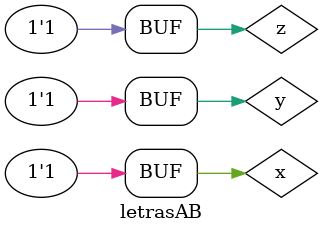
<source format=v>
/*
Pedro Correa Rigotto - Matricula 762281
guia0403ab
*/

module sop3 (output sA, output sB, input x, y, z);
	assign sA = (~x&y&~z)|(x&~y&~z)|(x&y&~z)|(x&y&z);
	assign sB = (~x&~y&z)|(~x&y&z)|(x&~y&~z)|(x&y&z);
endmodule // sop3

module letrasAB;
	reg x, y, z;
	wire sA1, sB1;
	sop3 exercicio(sA1, sB1, x, y, z);
	
	initial begin
		$display("x  y  z  SoP(2,4,6,7)  SoP(1,3,4,7)");
		x = 0; y = 0; z = 0;
		$monitor("%b  %b  %b  %b             %b", x, y, z, sA1, sB1);
		#1 x = 0; y = 0; z = 1;
		#1 x = 0; y = 1; z = 0;
		#1 x = 0; y = 1; z = 1;
		#1 x = 1; y = 0; z = 0;
		#1 x = 1; y = 0; z = 1;
		#1 x = 1; y = 1; z = 0;
		#1 x = 1; y = 1; z = 1;
	end
endmodule // letrasAB

</source>
